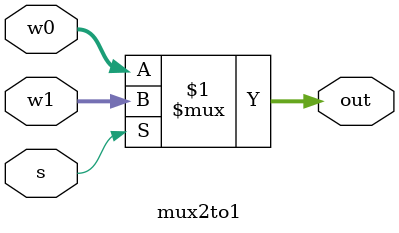
<source format=v>
`timescale 1ns / 1ps


module mux2to1(w0, w1, s, out);
input [31:0]w0;
input [31:0]w1;
input s;
output [31:0]out;

assign out = s ? w1 : w0;

endmodule
</source>
